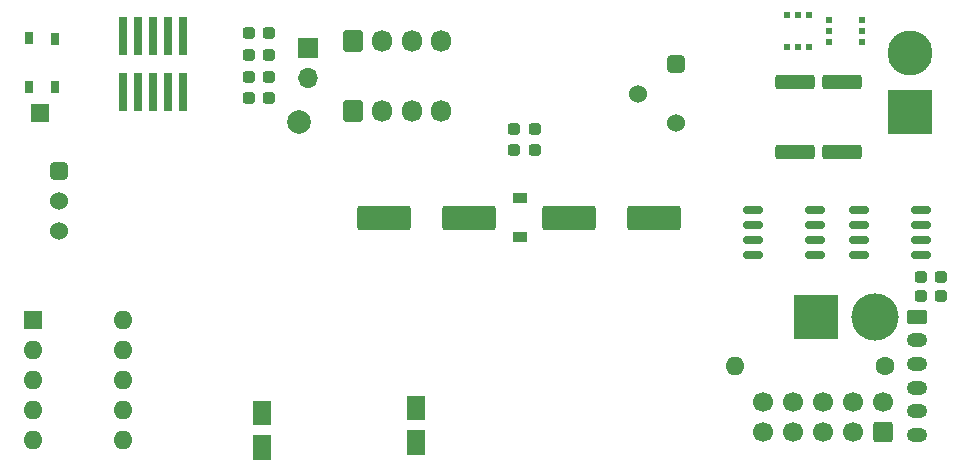
<source format=gbr>
%TF.GenerationSoftware,KiCad,Pcbnew,(6.0.11)*%
%TF.CreationDate,2024-02-10T16:45:40+09:00*%
%TF.ProjectId,SmallMD,536d616c-6c4d-4442-9e6b-696361645f70,rev?*%
%TF.SameCoordinates,Original*%
%TF.FileFunction,Soldermask,Top*%
%TF.FilePolarity,Negative*%
%FSLAX46Y46*%
G04 Gerber Fmt 4.6, Leading zero omitted, Abs format (unit mm)*
G04 Created by KiCad (PCBNEW (6.0.11)) date 2024-02-10 16:45:40*
%MOMM*%
%LPD*%
G01*
G04 APERTURE LIST*
G04 Aperture macros list*
%AMRoundRect*
0 Rectangle with rounded corners*
0 $1 Rounding radius*
0 $2 $3 $4 $5 $6 $7 $8 $9 X,Y pos of 4 corners*
0 Add a 4 corners polygon primitive as box body*
4,1,4,$2,$3,$4,$5,$6,$7,$8,$9,$2,$3,0*
0 Add four circle primitives for the rounded corners*
1,1,$1+$1,$2,$3*
1,1,$1+$1,$4,$5*
1,1,$1+$1,$6,$7*
1,1,$1+$1,$8,$9*
0 Add four rect primitives between the rounded corners*
20,1,$1+$1,$2,$3,$4,$5,0*
20,1,$1+$1,$4,$5,$6,$7,0*
20,1,$1+$1,$6,$7,$8,$9,0*
20,1,$1+$1,$8,$9,$2,$3,0*%
%AMFreePoly0*
4,1,6,1.000000,0.000000,0.500000,-0.750000,-0.500000,-0.750000,-0.500000,0.750000,0.500000,0.750000,1.000000,0.000000,1.000000,0.000000,$1*%
G04 Aperture macros list end*
%ADD10RoundRect,0.381000X-0.381000X-0.381000X0.381000X-0.381000X0.381000X0.381000X-0.381000X0.381000X0*%
%ADD11C,1.524000*%
%ADD12R,0.740000X3.250000*%
%ADD13R,3.800000X3.800000*%
%ADD14C,3.800000*%
%ADD15RoundRect,0.250001X1.999999X0.799999X-1.999999X0.799999X-1.999999X-0.799999X1.999999X-0.799999X0*%
%ADD16R,1.500000X1.500000*%
%ADD17FreePoly0,270.000000*%
%ADD18FreePoly0,90.000000*%
%ADD19RoundRect,0.237500X0.287500X0.237500X-0.287500X0.237500X-0.287500X-0.237500X0.287500X-0.237500X0*%
%ADD20C,2.000000*%
%ADD21RoundRect,0.237500X-0.287500X-0.237500X0.287500X-0.237500X0.287500X0.237500X-0.287500X0.237500X0*%
%ADD22R,0.575000X0.620000*%
%ADD23RoundRect,0.250000X1.425000X-0.362500X1.425000X0.362500X-1.425000X0.362500X-1.425000X-0.362500X0*%
%ADD24RoundRect,0.250001X-1.999999X-0.799999X1.999999X-0.799999X1.999999X0.799999X-1.999999X0.799999X0*%
%ADD25R,0.620000X0.575000*%
%ADD26R,1.200000X0.900000*%
%ADD27RoundRect,0.150000X-0.675000X-0.150000X0.675000X-0.150000X0.675000X0.150000X-0.675000X0.150000X0*%
%ADD28R,1.700000X1.700000*%
%ADD29O,1.700000X1.700000*%
%ADD30C,1.600000*%
%ADD31O,1.600000X1.600000*%
%ADD32R,1.600000X1.600000*%
%ADD33R,0.650000X1.050000*%
%ADD34RoundRect,0.250000X-0.600000X-0.675000X0.600000X-0.675000X0.600000X0.675000X-0.600000X0.675000X0*%
%ADD35O,1.700000X1.850000*%
%ADD36C,4.000000*%
%ADD37RoundRect,0.250000X0.600000X-0.600000X0.600000X0.600000X-0.600000X0.600000X-0.600000X-0.600000X0*%
%ADD38C,1.700000*%
%ADD39RoundRect,0.250000X-0.625000X0.350000X-0.625000X-0.350000X0.625000X-0.350000X0.625000X0.350000X0*%
%ADD40O,1.750000X1.200000*%
G04 APERTURE END LIST*
D10*
%TO.C,SW3*%
X147200000Y-61690000D03*
D11*
X144000000Y-64190000D03*
X147200000Y-66690000D03*
%TD*%
D12*
%TO.C,J3*%
X100420000Y-64065000D03*
X100420000Y-59315000D03*
X101690000Y-64065000D03*
X101690000Y-59315000D03*
X102960000Y-64065000D03*
X102960000Y-59315000D03*
X104230000Y-64065000D03*
X104230000Y-59315000D03*
X105500000Y-64065000D03*
X105500000Y-59315000D03*
%TD*%
D13*
%TO.C,J1*%
X167070000Y-65740000D03*
D14*
X167070000Y-60740000D03*
%TD*%
D15*
%TO.C,C14*%
X129710000Y-74750000D03*
X122510000Y-74750000D03*
%TD*%
D16*
%TO.C,JP5*%
X112190000Y-91490000D03*
X112190000Y-93890000D03*
D17*
X112190000Y-90690000D03*
D18*
X112190000Y-94690000D03*
%TD*%
D19*
%TO.C,D5*%
X112775000Y-64600000D03*
X111025000Y-64600000D03*
%TD*%
D16*
%TO.C,JP6*%
X125230000Y-93470000D03*
X125230000Y-91070000D03*
D17*
X125230000Y-90270000D03*
D18*
X125230000Y-94270000D03*
%TD*%
D20*
%TO.C,TP5*%
X115300000Y-66600000D03*
%TD*%
D21*
%TO.C,D13*%
X133505001Y-68946385D03*
X135255001Y-68946385D03*
%TD*%
D22*
%TO.C,Q1*%
X162938001Y-59840001D03*
X162938001Y-58890001D03*
X162938001Y-57940001D03*
X160162001Y-57940001D03*
X160162001Y-58890001D03*
X160162001Y-59840001D03*
%TD*%
D23*
%TO.C,R39*%
X157310000Y-69112500D03*
X157310000Y-63187500D03*
%TD*%
D19*
%TO.C,D6*%
X112795000Y-59100000D03*
X111045000Y-59100000D03*
%TD*%
D24*
%TO.C,C13*%
X138180000Y-74710000D03*
X145380000Y-74710000D03*
%TD*%
D21*
%TO.C,D17*%
X167945000Y-81330000D03*
X169695000Y-81330000D03*
%TD*%
D25*
%TO.C,Q3*%
X156600000Y-60278000D03*
X157550000Y-60278000D03*
X158500000Y-60278000D03*
X158500000Y-57502000D03*
X157550000Y-57502000D03*
X156600000Y-57502000D03*
%TD*%
D23*
%TO.C,R46*%
X161310000Y-69112500D03*
X161310000Y-63187500D03*
%TD*%
D26*
%TO.C,D2*%
X134000000Y-76310000D03*
X134000000Y-73010000D03*
%TD*%
D16*
%TO.C,H2*%
X93360000Y-65860000D03*
%TD*%
D27*
%TO.C,Q18*%
X153755000Y-74083797D03*
X153755000Y-75353797D03*
X153755000Y-76623797D03*
X153755000Y-77893797D03*
X159005000Y-77893797D03*
X159005000Y-76623797D03*
X159005000Y-75353797D03*
X159005000Y-74083797D03*
%TD*%
D19*
%TO.C,D3*%
X112795000Y-60940000D03*
X111045000Y-60940000D03*
%TD*%
D10*
%TO.C,SW2*%
X94960000Y-70710000D03*
D11*
X94960000Y-73250000D03*
X94960000Y-75790000D03*
%TD*%
D28*
%TO.C,JP3*%
X116050000Y-60335000D03*
D29*
X116050000Y-62875000D03*
%TD*%
D19*
%TO.C,D18*%
X169672500Y-79690000D03*
X167922500Y-79690000D03*
%TD*%
%TO.C,D4*%
X112785000Y-62810000D03*
X111035000Y-62810000D03*
%TD*%
D30*
%TO.C,R67*%
X164930000Y-87270000D03*
D31*
X152230000Y-87270000D03*
%TD*%
D32*
%TO.C,SW1*%
X92740000Y-83345000D03*
D31*
X92740000Y-85885000D03*
X92740000Y-88425000D03*
X92740000Y-90965000D03*
X92740000Y-93505000D03*
X100360000Y-93505000D03*
X100360000Y-90965000D03*
X100360000Y-88425000D03*
X100360000Y-85885000D03*
X100360000Y-83345000D03*
%TD*%
D21*
%TO.C,D10*%
X133535001Y-67183884D03*
X135285001Y-67183884D03*
%TD*%
D27*
%TO.C,Q19*%
X162705000Y-74065000D03*
X162705000Y-75335000D03*
X162705000Y-76605000D03*
X162705000Y-77875000D03*
X167955000Y-77875000D03*
X167955000Y-76605000D03*
X167955000Y-75335000D03*
X167955000Y-74065000D03*
%TD*%
D33*
%TO.C,SW4*%
X92475000Y-59505000D03*
X92475000Y-63655000D03*
X94625000Y-63655000D03*
X94625000Y-59530000D03*
%TD*%
D34*
%TO.C,J5*%
X119860000Y-59720000D03*
D35*
X122360000Y-59720000D03*
X124860000Y-59720000D03*
X127360000Y-59720000D03*
%TD*%
D34*
%TO.C,J6*%
X119860000Y-65620000D03*
D35*
X122360000Y-65620000D03*
X124860000Y-65620000D03*
X127360000Y-65620000D03*
%TD*%
D13*
%TO.C,J4*%
X159030000Y-83110000D03*
D36*
X164030000Y-83110000D03*
%TD*%
D37*
%TO.C,J7*%
X164760000Y-92830000D03*
D38*
X164760000Y-90290000D03*
X162220000Y-92830000D03*
X162220000Y-90290000D03*
X159680000Y-92830000D03*
X159680000Y-90290000D03*
X157140000Y-92830000D03*
X157140000Y-90290000D03*
X154600000Y-92830000D03*
X154600000Y-90290000D03*
%TD*%
D39*
%TO.C,J8*%
X167660000Y-83090000D03*
D40*
X167660000Y-85090000D03*
X167660000Y-87090000D03*
X167660000Y-89090000D03*
X167660000Y-91090000D03*
X167660000Y-93090000D03*
%TD*%
M02*

</source>
